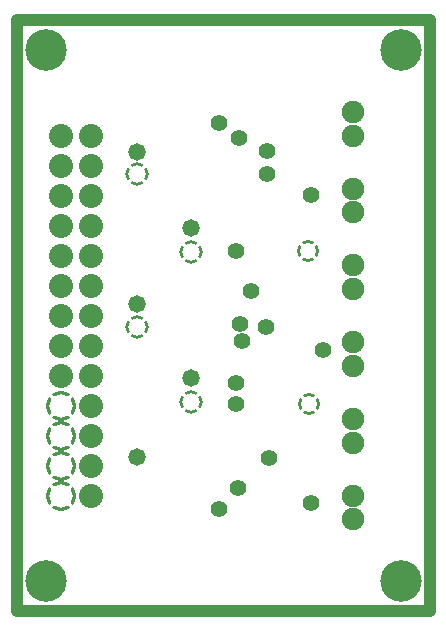
<source format=gbr>
G04*
G04 #@! TF.GenerationSoftware,Altium Limited,Altium Designer,22.4.2 (48)*
G04*
G04 Layer_Physical_Order=2*
G04 Layer_Color=32768*
%FSLAX44Y44*%
%MOMM*%
G71*
G04*
G04 #@! TF.SameCoordinates,3F8D2DE9-6248-4815-85C5-7CB1FE07798D*
G04*
G04*
G04 #@! TF.FilePolarity,Negative*
G04*
G01*
G75*
%ADD39C,1.0160*%
%ADD40C,1.9160*%
%ADD41C,2.0320*%
G04:AMPARAMS|DCode=42|XSize=2.54mm|YSize=2.54mm|CornerRadius=0mm|HoleSize=0mm|Usage=FLASHONLY|Rotation=0.000|XOffset=0mm|YOffset=0mm|HoleType=Round|Shape=Relief|Width=0.254mm|Gap=0.254mm|Entries=4|*
%AMTHD42*
7,0,0,2.5400,2.0320,0.2540,45*
%
%ADD42THD42*%
%ADD43C,3.5160*%
%ADD44C,1.3970*%
G04:AMPARAMS|DCode=45|XSize=1.9812mm|YSize=1.9812mm|CornerRadius=0mm|HoleSize=0mm|Usage=FLASHONLY|Rotation=0.000|XOffset=0mm|YOffset=0mm|HoleType=Round|Shape=Relief|Width=0.254mm|Gap=0.254mm|Entries=4|*
%AMTHD45*
7,0,0,1.9812,1.4732,0.2540,45*
%
%ADD45THD45*%
G04:AMPARAMS|DCode=46|XSize=1.905mm|YSize=1.905mm|CornerRadius=0mm|HoleSize=0mm|Usage=FLASHONLY|Rotation=0.000|XOffset=0mm|YOffset=0mm|HoleType=Round|Shape=Relief|Width=0.254mm|Gap=0.254mm|Entries=4|*
%AMTHD46*
7,0,0,1.9050,1.3970,0.2540,45*
%
%ADD46THD46*%
%ADD47C,1.4732*%
D39*
X0Y0D02*
X350000D01*
Y500000D01*
X0Y500000D02*
X350000Y500000D01*
X0Y0D02*
Y500000D01*
D40*
X285000Y422500D02*
D03*
Y402500D02*
D03*
Y227500D02*
D03*
Y207500D02*
D03*
Y357500D02*
D03*
Y337500D02*
D03*
Y272500D02*
D03*
Y292500D02*
D03*
Y97500D02*
D03*
Y77500D02*
D03*
Y142500D02*
D03*
Y162500D02*
D03*
D41*
X62700Y123000D02*
D03*
Y97600D02*
D03*
Y148400D02*
D03*
X62700Y326200D02*
D03*
X62700Y275400D02*
D03*
Y250000D02*
D03*
Y300800D02*
D03*
X37300Y300800D02*
D03*
Y351600D02*
D03*
X37300Y250000D02*
D03*
X37300Y275400D02*
D03*
Y402400D02*
D03*
Y377000D02*
D03*
Y326200D02*
D03*
X62700Y351600D02*
D03*
X37300Y224600D02*
D03*
X62700D02*
D03*
Y173800D02*
D03*
X37300Y199200D02*
D03*
X62700Y199200D02*
D03*
X62700Y402400D02*
D03*
X62700Y377000D02*
D03*
D42*
X37300Y123000D02*
D03*
Y97600D02*
D03*
Y148400D02*
D03*
Y173800D02*
D03*
D43*
X25000Y475000D02*
D03*
X325000D02*
D03*
Y25000D02*
D03*
X25000D02*
D03*
D44*
X248920Y91790D02*
D03*
X171450Y86360D02*
D03*
X187500Y103750D02*
D03*
X190500Y228600D02*
D03*
X189230Y242570D02*
D03*
X210820Y240030D02*
D03*
X198100Y270510D02*
D03*
X212090Y370250D02*
D03*
Y389750D02*
D03*
X187960Y400050D02*
D03*
X213360Y129750D02*
D03*
X185400Y175260D02*
D03*
X185400Y193060D02*
D03*
X185420Y304680D02*
D03*
X259080Y220980D02*
D03*
X248920Y351790D02*
D03*
X171000Y413500D02*
D03*
D45*
X101590Y240140D02*
D03*
X101590Y370000D02*
D03*
X147300Y176850D02*
D03*
X147290Y303490D02*
D03*
D46*
X247650Y175260D02*
D03*
X246380Y304800D02*
D03*
D47*
X101610Y388366D02*
D03*
X101610Y130000D02*
D03*
X147320Y196850D02*
D03*
X101610Y260000D02*
D03*
X147310Y323840D02*
D03*
M02*

</source>
